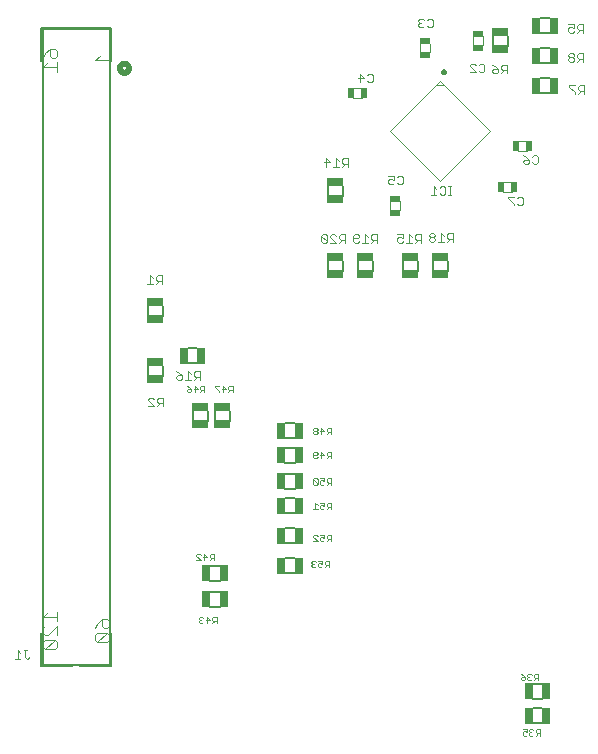
<source format=gbo>
G75*
%MOIN*%
%OFA0B0*%
%FSLAX25Y25*%
%IPPOS*%
%LPD*%
%AMOC8*
5,1,8,0,0,1.08239X$1,22.5*
%
%ADD10C,0.00600*%
%ADD11C,0.00300*%
%ADD12C,0.02000*%
%ADD13C,0.00400*%
%ADD14R,0.05512X0.02559*%
%ADD15R,0.02559X0.05512*%
%ADD16C,0.00394*%
%ADD17C,0.00984*%
%ADD18R,0.03740X0.01969*%
%ADD19R,0.01969X0.03740*%
D10*
X0043800Y0049315D02*
X0054200Y0049315D01*
X0056700Y0049315D02*
X0067200Y0049315D01*
X0067200Y0060415D01*
X0066700Y0049815D02*
X0044300Y0049815D01*
X0044300Y0261615D01*
X0066700Y0261615D01*
X0066700Y0049815D01*
X0043800Y0049315D02*
X0043800Y0060415D01*
X0100186Y0069065D02*
X0103414Y0069065D01*
X0103414Y0074065D02*
X0100186Y0074065D01*
X0100186Y0077815D02*
X0103414Y0077815D01*
X0103414Y0082815D02*
X0100186Y0082815D01*
X0125186Y0080315D02*
X0128414Y0080315D01*
X0128414Y0085315D02*
X0125186Y0085315D01*
X0125186Y0090315D02*
X0128414Y0090315D01*
X0128414Y0095315D02*
X0125186Y0095315D01*
X0125186Y0100315D02*
X0128414Y0100315D01*
X0128414Y0105315D02*
X0125186Y0105315D01*
X0125186Y0108440D02*
X0128414Y0108440D01*
X0128414Y0113440D02*
X0125186Y0113440D01*
X0125186Y0117190D02*
X0128414Y0117190D01*
X0128414Y0122190D02*
X0125186Y0122190D01*
X0125186Y0125315D02*
X0128414Y0125315D01*
X0128414Y0130315D02*
X0125186Y0130315D01*
X0106800Y0131201D02*
X0106800Y0134429D01*
X0101800Y0134429D02*
X0101800Y0131201D01*
X0099300Y0131201D02*
X0099300Y0134429D01*
X0094300Y0134429D02*
X0094300Y0131201D01*
X0084300Y0146201D02*
X0084300Y0149429D01*
X0079300Y0149429D02*
X0079300Y0146201D01*
X0092686Y0150315D02*
X0095914Y0150315D01*
X0095914Y0155315D02*
X0092686Y0155315D01*
X0084300Y0166201D02*
X0084300Y0169429D01*
X0079300Y0169429D02*
X0079300Y0166201D01*
X0139300Y0181201D02*
X0139300Y0184429D01*
X0144300Y0184429D02*
X0144300Y0181201D01*
X0149300Y0181201D02*
X0149300Y0184429D01*
X0154300Y0184429D02*
X0154300Y0181201D01*
X0164300Y0181201D02*
X0164300Y0184429D01*
X0169300Y0184429D02*
X0169300Y0181201D01*
X0174300Y0181201D02*
X0174300Y0184429D01*
X0179300Y0184429D02*
X0179300Y0181201D01*
X0144300Y0206201D02*
X0144300Y0209429D01*
X0139300Y0209429D02*
X0139300Y0206201D01*
X0194300Y0256201D02*
X0194300Y0259429D01*
X0199300Y0259429D02*
X0199300Y0256201D01*
X0210186Y0255315D02*
X0213414Y0255315D01*
X0213414Y0250315D02*
X0210186Y0250315D01*
X0210186Y0245315D02*
X0213414Y0245315D01*
X0213414Y0240315D02*
X0210186Y0240315D01*
X0210186Y0260315D02*
X0213414Y0260315D01*
X0213414Y0265315D02*
X0210186Y0265315D01*
X0071600Y0247115D02*
X0071524Y0247119D01*
X0071448Y0247127D01*
X0071372Y0247139D01*
X0071298Y0247154D01*
X0071224Y0247174D01*
X0071151Y0247197D01*
X0071080Y0247224D01*
X0071010Y0247254D01*
X0070942Y0247288D01*
X0070875Y0247326D01*
X0070811Y0247367D01*
X0070748Y0247411D01*
X0070688Y0247458D01*
X0070631Y0247508D01*
X0070576Y0247561D01*
X0070524Y0247617D01*
X0070475Y0247675D01*
X0070429Y0247736D01*
X0070386Y0247799D01*
X0070346Y0247864D01*
X0070309Y0247931D01*
X0070277Y0248000D01*
X0070247Y0248070D01*
X0070221Y0248142D01*
X0070199Y0248215D01*
X0070200Y0249015D02*
X0070224Y0249086D01*
X0070252Y0249157D01*
X0070283Y0249225D01*
X0070318Y0249292D01*
X0070356Y0249357D01*
X0070397Y0249420D01*
X0070442Y0249481D01*
X0070489Y0249539D01*
X0070540Y0249595D01*
X0070593Y0249648D01*
X0070649Y0249699D01*
X0070708Y0249746D01*
X0070769Y0249791D01*
X0070832Y0249832D01*
X0070897Y0249870D01*
X0070964Y0249905D01*
X0071032Y0249936D01*
X0071103Y0249963D01*
X0071174Y0249987D01*
X0071247Y0250007D01*
X0071320Y0250024D01*
X0071395Y0250036D01*
X0071469Y0250045D01*
X0071545Y0250050D01*
X0071620Y0250051D01*
X0071695Y0250048D01*
X0071770Y0250041D01*
X0071845Y0250031D01*
X0071919Y0250017D01*
X0071992Y0249998D01*
X0072064Y0249977D01*
X0072135Y0249951D01*
X0072205Y0249922D01*
X0072273Y0249889D01*
X0072339Y0249853D01*
X0072403Y0249814D01*
X0072465Y0249771D01*
X0072525Y0249725D01*
X0072582Y0249677D01*
X0072637Y0249625D01*
X0072689Y0249570D01*
X0072739Y0249513D01*
X0072785Y0249454D01*
X0072828Y0249392D01*
X0072868Y0249328D01*
X0072904Y0249262D01*
X0072938Y0249194D01*
X0072967Y0249125D01*
X0072993Y0249054D01*
X0073016Y0248982D01*
X0073034Y0248909D01*
X0073049Y0248836D01*
X0073060Y0248761D01*
X0073067Y0248686D01*
X0073071Y0248611D01*
X0073070Y0248535D01*
X0073066Y0248460D01*
X0073058Y0248385D01*
X0073046Y0248311D01*
X0073030Y0248237D01*
X0073010Y0248164D01*
X0072987Y0248093D01*
X0072960Y0248022D01*
X0072929Y0247953D01*
X0072895Y0247886D01*
X0072858Y0247821D01*
X0072817Y0247757D01*
X0072773Y0247696D01*
X0072726Y0247637D01*
X0072676Y0247581D01*
X0072623Y0247527D01*
X0072567Y0247476D01*
X0072509Y0247428D01*
X0072449Y0247383D01*
X0072386Y0247341D01*
X0072321Y0247303D01*
X0072255Y0247268D01*
X0072186Y0247236D01*
X0072117Y0247208D01*
X0072045Y0247183D01*
X0071973Y0247162D01*
X0071899Y0247145D01*
X0071825Y0247132D01*
X0071751Y0247122D01*
X0071675Y0247117D01*
X0071600Y0247115D01*
X0067200Y0251015D02*
X0067200Y0262115D01*
X0043800Y0262115D01*
X0043800Y0251015D01*
X0207686Y0043440D02*
X0210914Y0043440D01*
X0210914Y0038440D02*
X0207686Y0038440D01*
X0207686Y0035315D02*
X0210914Y0035315D01*
X0210914Y0030315D02*
X0207686Y0030315D01*
D11*
X0207594Y0028292D02*
X0206894Y0028292D01*
X0206544Y0027942D01*
X0206544Y0027591D01*
X0206894Y0027241D01*
X0206544Y0026891D01*
X0206544Y0026540D01*
X0206894Y0026190D01*
X0207594Y0026190D01*
X0207945Y0026540D01*
X0208753Y0026190D02*
X0209454Y0026891D01*
X0209104Y0026891D02*
X0210155Y0026891D01*
X0210155Y0026190D02*
X0210155Y0028292D01*
X0209104Y0028292D01*
X0208753Y0027942D01*
X0208753Y0027241D01*
X0209104Y0026891D01*
X0207945Y0027942D02*
X0207594Y0028292D01*
X0207244Y0027241D02*
X0206894Y0027241D01*
X0205735Y0027241D02*
X0205034Y0027591D01*
X0204684Y0027591D01*
X0204334Y0027241D01*
X0204334Y0026540D01*
X0204684Y0026190D01*
X0205385Y0026190D01*
X0205735Y0026540D01*
X0205735Y0027241D02*
X0205735Y0028292D01*
X0204334Y0028292D01*
X0204059Y0044628D02*
X0203709Y0044978D01*
X0203709Y0045328D01*
X0204059Y0045678D01*
X0205110Y0045678D01*
X0205110Y0044978D01*
X0204760Y0044628D01*
X0204059Y0044628D01*
X0205110Y0045678D02*
X0204409Y0046379D01*
X0203709Y0046729D01*
X0205919Y0046379D02*
X0205919Y0046029D01*
X0206269Y0045678D01*
X0205919Y0045328D01*
X0205919Y0044978D01*
X0206269Y0044628D01*
X0206969Y0044628D01*
X0207320Y0044978D01*
X0208128Y0044628D02*
X0208829Y0045328D01*
X0208479Y0045328D02*
X0209530Y0045328D01*
X0209530Y0044628D02*
X0209530Y0046729D01*
X0208479Y0046729D01*
X0208128Y0046379D01*
X0208128Y0045678D01*
X0208479Y0045328D01*
X0207320Y0046379D02*
X0206969Y0046729D01*
X0206269Y0046729D01*
X0205919Y0046379D01*
X0206269Y0045678D02*
X0206619Y0045678D01*
X0139775Y0082340D02*
X0139775Y0084442D01*
X0138724Y0084442D01*
X0138374Y0084092D01*
X0138374Y0083391D01*
X0138724Y0083041D01*
X0139775Y0083041D01*
X0139074Y0083041D02*
X0138374Y0082340D01*
X0137565Y0082690D02*
X0137215Y0082340D01*
X0136514Y0082340D01*
X0136164Y0082690D01*
X0136164Y0083391D01*
X0136514Y0083741D01*
X0136865Y0083741D01*
X0137565Y0083391D01*
X0137565Y0084442D01*
X0136164Y0084442D01*
X0135355Y0084092D02*
X0135005Y0084442D01*
X0134304Y0084442D01*
X0133954Y0084092D01*
X0133954Y0083741D01*
X0134304Y0083391D01*
X0133954Y0083041D01*
X0133954Y0082690D01*
X0134304Y0082340D01*
X0135005Y0082340D01*
X0135355Y0082690D01*
X0134655Y0083391D02*
X0134304Y0083391D01*
X0134579Y0091090D02*
X0135980Y0091090D01*
X0134579Y0092491D01*
X0134579Y0092842D01*
X0134929Y0093192D01*
X0135630Y0093192D01*
X0135980Y0092842D01*
X0136789Y0093192D02*
X0138190Y0093192D01*
X0138190Y0092141D01*
X0137490Y0092491D01*
X0137139Y0092491D01*
X0136789Y0092141D01*
X0136789Y0091440D01*
X0137139Y0091090D01*
X0137840Y0091090D01*
X0138190Y0091440D01*
X0138999Y0091090D02*
X0139699Y0091791D01*
X0139349Y0091791D02*
X0140400Y0091791D01*
X0140400Y0091090D02*
X0140400Y0093192D01*
X0139349Y0093192D01*
X0138999Y0092842D01*
X0138999Y0092141D01*
X0139349Y0091791D01*
X0138999Y0101715D02*
X0139699Y0102416D01*
X0139349Y0102416D02*
X0140400Y0102416D01*
X0140400Y0101715D02*
X0140400Y0103817D01*
X0139349Y0103817D01*
X0138999Y0103467D01*
X0138999Y0102766D01*
X0139349Y0102416D01*
X0138190Y0102766D02*
X0137490Y0103116D01*
X0137139Y0103116D01*
X0136789Y0102766D01*
X0136789Y0102065D01*
X0137139Y0101715D01*
X0137840Y0101715D01*
X0138190Y0102065D01*
X0138190Y0102766D02*
X0138190Y0103817D01*
X0136789Y0103817D01*
X0135980Y0103116D02*
X0135280Y0103817D01*
X0135280Y0101715D01*
X0135980Y0101715D02*
X0134579Y0101715D01*
X0134929Y0109840D02*
X0135630Y0109840D01*
X0135980Y0110190D01*
X0134579Y0111592D01*
X0134579Y0110190D01*
X0134929Y0109840D01*
X0135980Y0110190D02*
X0135980Y0111592D01*
X0135630Y0111942D01*
X0134929Y0111942D01*
X0134579Y0111592D01*
X0136789Y0111942D02*
X0138190Y0111942D01*
X0138190Y0110891D01*
X0137490Y0111241D01*
X0137139Y0111241D01*
X0136789Y0110891D01*
X0136789Y0110190D01*
X0137139Y0109840D01*
X0137840Y0109840D01*
X0138190Y0110190D01*
X0138999Y0109840D02*
X0139699Y0110541D01*
X0139349Y0110541D02*
X0140400Y0110541D01*
X0140400Y0109840D02*
X0140400Y0111942D01*
X0139349Y0111942D01*
X0138999Y0111592D01*
X0138999Y0110891D01*
X0139349Y0110541D01*
X0138999Y0118590D02*
X0139699Y0119291D01*
X0139349Y0119291D02*
X0140400Y0119291D01*
X0140400Y0118590D02*
X0140400Y0120692D01*
X0139349Y0120692D01*
X0138999Y0120342D01*
X0138999Y0119641D01*
X0139349Y0119291D01*
X0138190Y0119641D02*
X0136789Y0119641D01*
X0135980Y0119991D02*
X0135630Y0119641D01*
X0134579Y0119641D01*
X0134579Y0120342D02*
X0134929Y0120692D01*
X0135630Y0120692D01*
X0135980Y0120342D01*
X0135980Y0119991D01*
X0135980Y0118940D02*
X0135630Y0118590D01*
X0134929Y0118590D01*
X0134579Y0118940D01*
X0134579Y0120342D01*
X0137139Y0120692D02*
X0138190Y0119641D01*
X0137139Y0118590D02*
X0137139Y0120692D01*
X0137139Y0126715D02*
X0137139Y0128817D01*
X0138190Y0127766D01*
X0136789Y0127766D01*
X0135980Y0128116D02*
X0135980Y0128467D01*
X0135630Y0128817D01*
X0134929Y0128817D01*
X0134579Y0128467D01*
X0134579Y0128116D01*
X0134929Y0127766D01*
X0135630Y0127766D01*
X0135980Y0128116D01*
X0135630Y0127766D02*
X0135980Y0127416D01*
X0135980Y0127065D01*
X0135630Y0126715D01*
X0134929Y0126715D01*
X0134579Y0127065D01*
X0134579Y0127416D01*
X0134929Y0127766D01*
X0138999Y0127766D02*
X0139349Y0127416D01*
X0140400Y0127416D01*
X0139699Y0127416D02*
X0138999Y0126715D01*
X0138999Y0127766D02*
X0138999Y0128467D01*
X0139349Y0128817D01*
X0140400Y0128817D01*
X0140400Y0126715D01*
X0107655Y0140565D02*
X0107655Y0142667D01*
X0106604Y0142667D01*
X0106253Y0142317D01*
X0106253Y0141616D01*
X0106604Y0141266D01*
X0107655Y0141266D01*
X0106954Y0141266D02*
X0106253Y0140565D01*
X0105445Y0141616D02*
X0104044Y0141616D01*
X0103235Y0140915D02*
X0103235Y0140565D01*
X0103235Y0140915D02*
X0101834Y0142317D01*
X0101834Y0142667D01*
X0103235Y0142667D01*
X0104394Y0142667D02*
X0104394Y0140565D01*
X0105445Y0141616D02*
X0104394Y0142667D01*
X0098280Y0142667D02*
X0098280Y0140565D01*
X0098280Y0141266D02*
X0097229Y0141266D01*
X0096878Y0141616D01*
X0096878Y0142317D01*
X0097229Y0142667D01*
X0098280Y0142667D01*
X0097579Y0141266D02*
X0096878Y0140565D01*
X0096070Y0141616D02*
X0094669Y0141616D01*
X0093860Y0141616D02*
X0092809Y0141616D01*
X0092459Y0141266D01*
X0092459Y0140915D01*
X0092809Y0140565D01*
X0093510Y0140565D01*
X0093860Y0140915D01*
X0093860Y0141616D01*
X0093159Y0142317D01*
X0092459Y0142667D01*
X0095019Y0142667D02*
X0095019Y0140565D01*
X0096070Y0141616D02*
X0095019Y0142667D01*
X0095934Y0086729D02*
X0096635Y0086729D01*
X0096985Y0086379D01*
X0097794Y0085678D02*
X0099195Y0085678D01*
X0098144Y0086729D01*
X0098144Y0084628D01*
X0096985Y0084628D02*
X0095584Y0086029D01*
X0095584Y0086379D01*
X0095934Y0086729D01*
X0095584Y0084628D02*
X0096985Y0084628D01*
X0100003Y0084628D02*
X0100704Y0085328D01*
X0100354Y0085328D02*
X0101405Y0085328D01*
X0101405Y0084628D02*
X0101405Y0086729D01*
X0100354Y0086729D01*
X0100003Y0086379D01*
X0100003Y0085678D01*
X0100354Y0085328D01*
X0101291Y0065792D02*
X0100941Y0065442D01*
X0100941Y0064741D01*
X0101291Y0064391D01*
X0102342Y0064391D01*
X0101642Y0064391D02*
X0100941Y0063690D01*
X0100132Y0064741D02*
X0099081Y0065792D01*
X0099081Y0063690D01*
X0098731Y0064741D02*
X0100132Y0064741D01*
X0101291Y0065792D02*
X0102342Y0065792D01*
X0102342Y0063690D01*
X0097922Y0064040D02*
X0097572Y0063690D01*
X0096872Y0063690D01*
X0096521Y0064040D01*
X0096521Y0064391D01*
X0096872Y0064741D01*
X0097222Y0064741D01*
X0096872Y0064741D02*
X0096521Y0065091D01*
X0096521Y0065442D01*
X0096872Y0065792D01*
X0097572Y0065792D01*
X0097922Y0065442D01*
X0066450Y0064281D02*
X0066450Y0062713D01*
X0065666Y0061929D01*
X0064882Y0061929D01*
X0064098Y0062713D01*
X0064098Y0065065D01*
X0065666Y0065065D01*
X0066450Y0064281D01*
X0066450Y0062713D01*
X0065666Y0061929D01*
X0064882Y0061929D01*
X0064098Y0062713D01*
X0064098Y0065065D01*
X0062530Y0063497D01*
X0061746Y0061929D01*
X0062530Y0063497D01*
X0064098Y0065065D01*
X0065666Y0065065D01*
X0066450Y0064281D01*
X0065666Y0060461D02*
X0062530Y0060461D01*
X0061746Y0059677D01*
X0061746Y0058109D01*
X0062530Y0057325D01*
X0065666Y0060461D01*
X0066450Y0059677D01*
X0066450Y0058109D01*
X0065666Y0057325D01*
X0062530Y0057325D01*
X0065666Y0060461D01*
X0066450Y0059677D01*
X0066450Y0058109D01*
X0065666Y0057325D01*
X0062530Y0057325D01*
X0061746Y0058109D01*
X0061746Y0059677D01*
X0062530Y0060461D01*
X0065666Y0060461D01*
X0049150Y0059625D02*
X0049150Y0062761D01*
X0046014Y0059625D01*
X0045230Y0059625D01*
X0044446Y0060409D01*
X0044446Y0061977D01*
X0045230Y0062761D01*
X0044446Y0061977D01*
X0044446Y0060409D01*
X0045230Y0059625D01*
X0046014Y0059625D01*
X0049150Y0062761D01*
X0049150Y0059625D01*
X0048366Y0058157D02*
X0045230Y0058157D01*
X0044446Y0057373D01*
X0044446Y0055805D01*
X0045230Y0055021D01*
X0048366Y0058157D01*
X0049150Y0057373D01*
X0049150Y0055805D01*
X0048366Y0055021D01*
X0045230Y0055021D01*
X0048366Y0058157D01*
X0049150Y0057373D01*
X0049150Y0055805D01*
X0048366Y0055021D01*
X0045230Y0055021D01*
X0044446Y0055805D01*
X0044446Y0057373D01*
X0045230Y0058157D01*
X0048366Y0058157D01*
X0049150Y0064229D02*
X0049150Y0067365D01*
X0049150Y0064229D01*
X0049150Y0065797D02*
X0044446Y0065797D01*
X0046014Y0067365D01*
X0044446Y0065797D01*
X0049150Y0065797D01*
X0049150Y0247425D02*
X0049150Y0250561D01*
X0049150Y0247425D01*
X0049150Y0248993D02*
X0044446Y0248993D01*
X0046014Y0250561D01*
X0044446Y0248993D01*
X0049150Y0248993D01*
X0048366Y0252029D02*
X0047582Y0252029D01*
X0046798Y0252813D01*
X0046798Y0255165D01*
X0048366Y0255165D01*
X0049150Y0254381D01*
X0049150Y0252813D01*
X0048366Y0252029D01*
X0047582Y0252029D01*
X0046798Y0252813D01*
X0046798Y0255165D01*
X0045230Y0253597D01*
X0044446Y0252029D01*
X0045230Y0253597D01*
X0046798Y0255165D01*
X0048366Y0255165D01*
X0049150Y0254381D01*
X0049150Y0252813D01*
X0048366Y0252029D01*
X0061746Y0251297D02*
X0066450Y0251297D01*
X0061746Y0251297D01*
X0063314Y0252865D01*
X0061746Y0251297D01*
X0066450Y0252865D02*
X0066450Y0249729D01*
X0066450Y0252865D01*
D12*
X0071600Y0250115D02*
X0071524Y0250113D01*
X0071448Y0250107D01*
X0071373Y0250098D01*
X0071298Y0250084D01*
X0071224Y0250067D01*
X0071151Y0250046D01*
X0071079Y0250022D01*
X0071008Y0249993D01*
X0070939Y0249962D01*
X0070872Y0249927D01*
X0070807Y0249888D01*
X0070743Y0249846D01*
X0070682Y0249801D01*
X0070623Y0249753D01*
X0070567Y0249702D01*
X0070513Y0249648D01*
X0070462Y0249592D01*
X0070414Y0249533D01*
X0070369Y0249472D01*
X0070327Y0249408D01*
X0070288Y0249343D01*
X0070253Y0249276D01*
X0070222Y0249207D01*
X0070193Y0249136D01*
X0070169Y0249064D01*
X0070148Y0248991D01*
X0070131Y0248917D01*
X0070117Y0248842D01*
X0070108Y0248767D01*
X0070102Y0248691D01*
X0070100Y0248615D01*
X0070102Y0248539D01*
X0070108Y0248463D01*
X0070117Y0248388D01*
X0070131Y0248313D01*
X0070148Y0248239D01*
X0070169Y0248166D01*
X0070193Y0248094D01*
X0070222Y0248023D01*
X0070253Y0247954D01*
X0070288Y0247887D01*
X0070327Y0247822D01*
X0070369Y0247758D01*
X0070414Y0247697D01*
X0070462Y0247638D01*
X0070513Y0247582D01*
X0070567Y0247528D01*
X0070623Y0247477D01*
X0070682Y0247429D01*
X0070743Y0247384D01*
X0070807Y0247342D01*
X0070872Y0247303D01*
X0070939Y0247268D01*
X0071008Y0247237D01*
X0071079Y0247208D01*
X0071151Y0247184D01*
X0071224Y0247163D01*
X0071298Y0247146D01*
X0071373Y0247132D01*
X0071448Y0247123D01*
X0071524Y0247117D01*
X0071600Y0247115D01*
X0071676Y0247117D01*
X0071752Y0247123D01*
X0071827Y0247132D01*
X0071902Y0247146D01*
X0071976Y0247163D01*
X0072049Y0247184D01*
X0072121Y0247208D01*
X0072192Y0247237D01*
X0072261Y0247268D01*
X0072328Y0247303D01*
X0072393Y0247342D01*
X0072457Y0247384D01*
X0072518Y0247429D01*
X0072577Y0247477D01*
X0072633Y0247528D01*
X0072687Y0247582D01*
X0072738Y0247638D01*
X0072786Y0247697D01*
X0072831Y0247758D01*
X0072873Y0247822D01*
X0072912Y0247887D01*
X0072947Y0247954D01*
X0072978Y0248023D01*
X0073007Y0248094D01*
X0073031Y0248166D01*
X0073052Y0248239D01*
X0073069Y0248313D01*
X0073083Y0248388D01*
X0073092Y0248463D01*
X0073098Y0248539D01*
X0073100Y0248615D01*
X0073098Y0248691D01*
X0073092Y0248767D01*
X0073083Y0248842D01*
X0073069Y0248917D01*
X0073052Y0248991D01*
X0073031Y0249064D01*
X0073007Y0249136D01*
X0072978Y0249207D01*
X0072947Y0249276D01*
X0072912Y0249343D01*
X0072873Y0249408D01*
X0072831Y0249472D01*
X0072786Y0249533D01*
X0072738Y0249592D01*
X0072687Y0249648D01*
X0072633Y0249702D01*
X0072577Y0249753D01*
X0072518Y0249801D01*
X0072457Y0249846D01*
X0072393Y0249888D01*
X0072328Y0249927D01*
X0072261Y0249962D01*
X0072192Y0249993D01*
X0072121Y0250022D01*
X0072049Y0250046D01*
X0071976Y0250067D01*
X0071902Y0250084D01*
X0071827Y0250098D01*
X0071752Y0250107D01*
X0071676Y0250113D01*
X0071600Y0250115D01*
D13*
X0138681Y0218630D02*
X0138681Y0215828D01*
X0138214Y0217229D02*
X0140082Y0217229D01*
X0138681Y0218630D01*
X0142094Y0218630D02*
X0142094Y0215828D01*
X0143028Y0215828D02*
X0141160Y0215828D01*
X0143028Y0217696D02*
X0142094Y0218630D01*
X0144107Y0218163D02*
X0144107Y0217229D01*
X0144574Y0216762D01*
X0145975Y0216762D01*
X0145041Y0216762D02*
X0144107Y0215828D01*
X0145975Y0215828D02*
X0145975Y0218630D01*
X0144574Y0218630D01*
X0144107Y0218163D01*
X0159598Y0212692D02*
X0161466Y0212692D01*
X0161466Y0211291D01*
X0160532Y0211758D01*
X0160065Y0211758D01*
X0159598Y0211291D01*
X0159598Y0210357D01*
X0160065Y0209890D01*
X0160999Y0209890D01*
X0161466Y0210357D01*
X0162544Y0210357D02*
X0163011Y0209890D01*
X0163945Y0209890D01*
X0164413Y0210357D01*
X0164413Y0212225D01*
X0163945Y0212692D01*
X0163011Y0212692D01*
X0162544Y0212225D01*
X0163450Y0204217D02*
X0163450Y0201413D01*
X0160099Y0201413D02*
X0160099Y0204217D01*
X0162589Y0193317D02*
X0164457Y0193317D01*
X0164457Y0191916D01*
X0163523Y0192383D01*
X0163056Y0192383D01*
X0162589Y0191916D01*
X0162589Y0190982D01*
X0163056Y0190515D01*
X0163990Y0190515D01*
X0164457Y0190982D01*
X0165535Y0190515D02*
X0167403Y0190515D01*
X0166469Y0190515D02*
X0166469Y0193317D01*
X0167403Y0192383D01*
X0168482Y0191916D02*
X0168949Y0191449D01*
X0170350Y0191449D01*
X0170350Y0190515D02*
X0170350Y0193317D01*
X0168949Y0193317D01*
X0168482Y0192850D01*
X0168482Y0191916D01*
X0169416Y0191449D02*
X0168482Y0190515D01*
X0173214Y0191295D02*
X0173681Y0190828D01*
X0174615Y0190828D01*
X0175082Y0191295D01*
X0175082Y0191762D01*
X0174615Y0192229D01*
X0173681Y0192229D01*
X0173214Y0191762D01*
X0173214Y0191295D01*
X0173681Y0192229D02*
X0173214Y0192696D01*
X0173214Y0193163D01*
X0173681Y0193630D01*
X0174615Y0193630D01*
X0175082Y0193163D01*
X0175082Y0192696D01*
X0174615Y0192229D01*
X0176160Y0190828D02*
X0178028Y0190828D01*
X0177094Y0190828D02*
X0177094Y0193630D01*
X0178028Y0192696D01*
X0179107Y0193163D02*
X0179107Y0192229D01*
X0179574Y0191762D01*
X0180975Y0191762D01*
X0180041Y0191762D02*
X0179107Y0190828D01*
X0180975Y0190828D02*
X0180975Y0193630D01*
X0179574Y0193630D01*
X0179107Y0193163D01*
X0179595Y0206452D02*
X0180529Y0206452D01*
X0180062Y0206452D02*
X0180062Y0209254D01*
X0180529Y0209254D02*
X0179595Y0209254D01*
X0178564Y0208787D02*
X0178097Y0209254D01*
X0177163Y0209254D01*
X0176696Y0208787D01*
X0175618Y0208320D02*
X0174684Y0209254D01*
X0174684Y0206452D01*
X0175618Y0206452D02*
X0173750Y0206452D01*
X0176696Y0206919D02*
X0177163Y0206452D01*
X0178097Y0206452D01*
X0178564Y0206919D01*
X0178564Y0208787D01*
X0197898Y0207364D02*
X0200702Y0207364D01*
X0201466Y0205817D02*
X0199598Y0205817D01*
X0199598Y0205350D01*
X0201466Y0203482D01*
X0201466Y0203015D01*
X0202544Y0203482D02*
X0203011Y0203015D01*
X0203945Y0203015D01*
X0204412Y0203482D01*
X0204412Y0205350D01*
X0203945Y0205817D01*
X0203011Y0205817D01*
X0202544Y0205350D01*
X0200702Y0210715D02*
X0197898Y0210715D01*
X0204598Y0217232D02*
X0204598Y0217699D01*
X0205065Y0218166D01*
X0206466Y0218166D01*
X0206466Y0217232D01*
X0205999Y0216765D01*
X0205065Y0216765D01*
X0204598Y0217232D01*
X0205532Y0219100D02*
X0206466Y0218166D01*
X0205532Y0219100D02*
X0204598Y0219567D01*
X0205702Y0221114D02*
X0202898Y0221114D01*
X0202898Y0224465D02*
X0205702Y0224465D01*
X0208011Y0219567D02*
X0207544Y0219100D01*
X0208011Y0219567D02*
X0208945Y0219567D01*
X0209412Y0219100D01*
X0209412Y0217232D01*
X0208945Y0216765D01*
X0208011Y0216765D01*
X0207544Y0217232D01*
X0221778Y0240203D02*
X0221778Y0240670D01*
X0219910Y0242538D01*
X0219910Y0243005D01*
X0221778Y0243005D01*
X0222857Y0242538D02*
X0222857Y0241604D01*
X0223324Y0241137D01*
X0224725Y0241137D01*
X0223791Y0241137D02*
X0222857Y0240203D01*
X0224725Y0240203D02*
X0224725Y0243005D01*
X0223324Y0243005D01*
X0222857Y0242538D01*
X0222544Y0250828D02*
X0223478Y0251762D01*
X0223011Y0251762D02*
X0224412Y0251762D01*
X0224412Y0250828D02*
X0224412Y0253630D01*
X0223011Y0253630D01*
X0222544Y0253163D01*
X0222544Y0252229D01*
X0223011Y0251762D01*
X0221466Y0251762D02*
X0220999Y0252229D01*
X0220065Y0252229D01*
X0219598Y0251762D01*
X0219598Y0251295D01*
X0220065Y0250828D01*
X0220999Y0250828D01*
X0221466Y0251295D01*
X0221466Y0251762D01*
X0220999Y0252229D02*
X0221466Y0252696D01*
X0221466Y0253163D01*
X0220999Y0253630D01*
X0220065Y0253630D01*
X0219598Y0253163D01*
X0219598Y0252696D01*
X0220065Y0252229D01*
X0220065Y0260515D02*
X0220999Y0260515D01*
X0221466Y0260982D01*
X0221466Y0261916D02*
X0220532Y0262383D01*
X0220065Y0262383D01*
X0219598Y0261916D01*
X0219598Y0260982D01*
X0220065Y0260515D01*
X0221466Y0261916D02*
X0221466Y0263317D01*
X0219598Y0263317D01*
X0222544Y0262850D02*
X0222544Y0261916D01*
X0223011Y0261449D01*
X0224412Y0261449D01*
X0223478Y0261449D02*
X0222544Y0260515D01*
X0224412Y0260515D02*
X0224412Y0263317D01*
X0223011Y0263317D01*
X0222544Y0262850D01*
X0199100Y0249880D02*
X0199100Y0247078D01*
X0199100Y0248012D02*
X0197699Y0248012D01*
X0197232Y0248479D01*
X0197232Y0249413D01*
X0197699Y0249880D01*
X0199100Y0249880D01*
X0198166Y0248012D02*
X0197232Y0247078D01*
X0196153Y0247545D02*
X0195686Y0247078D01*
X0194752Y0247078D01*
X0194285Y0247545D01*
X0194285Y0248012D01*
X0194752Y0248479D01*
X0196153Y0248479D01*
X0196153Y0247545D01*
X0196153Y0248479D02*
X0195219Y0249413D01*
X0194285Y0249880D01*
X0191600Y0249725D02*
X0191600Y0247857D01*
X0191133Y0247390D01*
X0190199Y0247390D01*
X0189732Y0247857D01*
X0188653Y0247390D02*
X0186785Y0247390D01*
X0186785Y0249258D02*
X0186785Y0249725D01*
X0187252Y0250192D01*
X0188186Y0250192D01*
X0188653Y0249725D01*
X0189732Y0249725D02*
X0190199Y0250192D01*
X0191133Y0250192D01*
X0191600Y0249725D01*
X0188653Y0247390D02*
X0186785Y0249258D01*
X0187650Y0256413D02*
X0187650Y0259217D01*
X0191001Y0259217D02*
X0191001Y0256413D01*
X0173501Y0256717D02*
X0173501Y0253913D01*
X0170150Y0253913D02*
X0170150Y0256717D01*
X0170065Y0262390D02*
X0170999Y0262390D01*
X0171466Y0262857D01*
X0172544Y0262857D02*
X0173011Y0262390D01*
X0173945Y0262390D01*
X0174412Y0262857D01*
X0174412Y0264725D01*
X0173945Y0265192D01*
X0173011Y0265192D01*
X0172544Y0264725D01*
X0171466Y0264725D02*
X0170999Y0265192D01*
X0170065Y0265192D01*
X0169598Y0264725D01*
X0169598Y0264258D01*
X0170065Y0263791D01*
X0169598Y0263324D01*
X0169598Y0262857D01*
X0170065Y0262390D01*
X0170065Y0263791D02*
X0170532Y0263791D01*
X0153945Y0246755D02*
X0154413Y0246288D01*
X0154413Y0244420D01*
X0153945Y0243953D01*
X0153011Y0243953D01*
X0152544Y0244420D01*
X0151466Y0245354D02*
X0149598Y0245354D01*
X0150065Y0246755D02*
X0151466Y0245354D01*
X0152544Y0246288D02*
X0153011Y0246755D01*
X0153945Y0246755D01*
X0150065Y0246755D02*
X0150065Y0243953D01*
X0150702Y0242016D02*
X0147898Y0242016D01*
X0147898Y0238665D02*
X0150702Y0238665D01*
X0151782Y0193317D02*
X0151782Y0190515D01*
X0152716Y0190515D02*
X0150848Y0190515D01*
X0149769Y0190982D02*
X0149302Y0190515D01*
X0148368Y0190515D01*
X0147901Y0190982D01*
X0147901Y0192850D01*
X0148368Y0193317D01*
X0149302Y0193317D01*
X0149769Y0192850D01*
X0149769Y0192383D01*
X0149302Y0191916D01*
X0147901Y0191916D01*
X0145038Y0191449D02*
X0143636Y0191449D01*
X0143169Y0191916D01*
X0143169Y0192850D01*
X0143636Y0193317D01*
X0145038Y0193317D01*
X0145038Y0190515D01*
X0144103Y0191449D02*
X0143169Y0190515D01*
X0142091Y0190515D02*
X0140223Y0192383D01*
X0140223Y0192850D01*
X0140690Y0193317D01*
X0141624Y0193317D01*
X0142091Y0192850D01*
X0142091Y0190515D02*
X0140223Y0190515D01*
X0139144Y0190982D02*
X0137276Y0192850D01*
X0137276Y0190982D01*
X0137743Y0190515D01*
X0138677Y0190515D01*
X0139144Y0190982D01*
X0139144Y0192850D01*
X0138677Y0193317D01*
X0137743Y0193317D01*
X0137276Y0192850D01*
X0151782Y0193317D02*
X0152716Y0192383D01*
X0153794Y0191916D02*
X0154261Y0191449D01*
X0155663Y0191449D01*
X0155663Y0190515D02*
X0155663Y0193317D01*
X0154261Y0193317D01*
X0153794Y0192850D01*
X0153794Y0191916D01*
X0154728Y0191449D02*
X0153794Y0190515D01*
X0096690Y0147617D02*
X0096690Y0144815D01*
X0096690Y0145749D02*
X0095288Y0145749D01*
X0094821Y0146216D01*
X0094821Y0147150D01*
X0095288Y0147617D01*
X0096690Y0147617D01*
X0095755Y0145749D02*
X0094821Y0144815D01*
X0093743Y0144815D02*
X0091875Y0144815D01*
X0092809Y0144815D02*
X0092809Y0147617D01*
X0093743Y0146683D01*
X0090797Y0146216D02*
X0089395Y0146216D01*
X0088928Y0145749D01*
X0088928Y0145282D01*
X0089395Y0144815D01*
X0090329Y0144815D01*
X0090797Y0145282D01*
X0090797Y0146216D01*
X0089862Y0147150D01*
X0088928Y0147617D01*
X0084368Y0138867D02*
X0082967Y0138867D01*
X0082500Y0138400D01*
X0082500Y0137466D01*
X0082967Y0136999D01*
X0084368Y0136999D01*
X0084368Y0136065D02*
X0084368Y0138867D01*
X0083434Y0136999D02*
X0082500Y0136065D01*
X0081422Y0136065D02*
X0079553Y0137933D01*
X0079553Y0138400D01*
X0080020Y0138867D01*
X0080954Y0138867D01*
X0081422Y0138400D01*
X0081422Y0136065D02*
X0079553Y0136065D01*
X0079285Y0176765D02*
X0081153Y0176765D01*
X0080219Y0176765D02*
X0080219Y0179567D01*
X0081153Y0178633D01*
X0082232Y0178166D02*
X0082699Y0177699D01*
X0084100Y0177699D01*
X0084100Y0176765D02*
X0084100Y0179567D01*
X0082699Y0179567D01*
X0082232Y0179100D01*
X0082232Y0178166D01*
X0083166Y0177699D02*
X0082232Y0176765D01*
X0038966Y0054617D02*
X0038032Y0054617D01*
X0038499Y0054617D02*
X0038499Y0052282D01*
X0038966Y0051815D01*
X0039433Y0051815D01*
X0039900Y0052282D01*
X0036953Y0051815D02*
X0035085Y0051815D01*
X0036019Y0051815D02*
X0036019Y0054617D01*
X0036953Y0053683D01*
D14*
X0096794Y0129936D03*
X0096794Y0135736D03*
X0104294Y0135736D03*
X0104294Y0129936D03*
X0081794Y0144936D03*
X0081794Y0150736D03*
X0081806Y0164895D03*
X0081806Y0170695D03*
X0141794Y0179936D03*
X0141794Y0185736D03*
X0151806Y0185695D03*
X0151806Y0179895D03*
X0166794Y0179936D03*
X0166794Y0185736D03*
X0176794Y0185736D03*
X0176794Y0179936D03*
X0141794Y0204936D03*
X0141794Y0210736D03*
X0196794Y0254936D03*
X0196794Y0260736D03*
D15*
X0208920Y0262821D03*
X0214720Y0262821D03*
X0214720Y0252821D03*
X0208920Y0252821D03*
X0208880Y0242809D03*
X0214680Y0242809D03*
X0129720Y0127821D03*
X0123920Y0127821D03*
X0123920Y0119696D03*
X0129720Y0119696D03*
X0129720Y0110946D03*
X0123920Y0110946D03*
X0123920Y0102821D03*
X0129720Y0102821D03*
X0129720Y0092821D03*
X0123920Y0092821D03*
X0123920Y0082821D03*
X0129720Y0082821D03*
X0104720Y0080321D03*
X0098920Y0080321D03*
X0098920Y0071571D03*
X0104720Y0071571D03*
X0097180Y0152809D03*
X0091380Y0152809D03*
X0206380Y0040934D03*
X0212180Y0040934D03*
X0212180Y0032809D03*
X0206380Y0032809D03*
D16*
X0176800Y0211112D02*
X0193503Y0227815D01*
X0176800Y0244518D01*
X0160097Y0227815D01*
X0176800Y0211112D01*
X0178192Y0243126D02*
X0175408Y0243126D01*
D17*
X0177422Y0247400D02*
X0177424Y0247444D01*
X0177430Y0247488D01*
X0177440Y0247531D01*
X0177453Y0247573D01*
X0177471Y0247613D01*
X0177492Y0247652D01*
X0177516Y0247689D01*
X0177543Y0247724D01*
X0177574Y0247756D01*
X0177607Y0247785D01*
X0177643Y0247811D01*
X0177681Y0247833D01*
X0177721Y0247852D01*
X0177762Y0247868D01*
X0177805Y0247880D01*
X0177848Y0247888D01*
X0177892Y0247892D01*
X0177936Y0247892D01*
X0177980Y0247888D01*
X0178023Y0247880D01*
X0178066Y0247868D01*
X0178107Y0247852D01*
X0178147Y0247833D01*
X0178185Y0247811D01*
X0178221Y0247785D01*
X0178254Y0247756D01*
X0178285Y0247724D01*
X0178312Y0247689D01*
X0178336Y0247652D01*
X0178357Y0247613D01*
X0178375Y0247573D01*
X0178388Y0247531D01*
X0178398Y0247488D01*
X0178404Y0247444D01*
X0178406Y0247400D01*
X0178404Y0247356D01*
X0178398Y0247312D01*
X0178388Y0247269D01*
X0178375Y0247227D01*
X0178357Y0247187D01*
X0178336Y0247148D01*
X0178312Y0247111D01*
X0178285Y0247076D01*
X0178254Y0247044D01*
X0178221Y0247015D01*
X0178185Y0246989D01*
X0178147Y0246967D01*
X0178107Y0246948D01*
X0178066Y0246932D01*
X0178023Y0246920D01*
X0177980Y0246912D01*
X0177936Y0246908D01*
X0177892Y0246908D01*
X0177848Y0246912D01*
X0177805Y0246920D01*
X0177762Y0246932D01*
X0177721Y0246948D01*
X0177681Y0246967D01*
X0177643Y0246989D01*
X0177607Y0247015D01*
X0177574Y0247044D01*
X0177543Y0247076D01*
X0177516Y0247111D01*
X0177492Y0247148D01*
X0177471Y0247187D01*
X0177453Y0247227D01*
X0177440Y0247269D01*
X0177430Y0247312D01*
X0177424Y0247356D01*
X0177422Y0247400D01*
D18*
X0171820Y0253000D03*
X0171820Y0257600D03*
X0189320Y0255500D03*
X0189320Y0260100D03*
X0161780Y0205131D03*
X0161780Y0200531D03*
D19*
X0196984Y0209045D03*
X0201584Y0209045D03*
X0201984Y0222795D03*
X0206584Y0222795D03*
X0151616Y0240335D03*
X0147016Y0240335D03*
M02*

</source>
